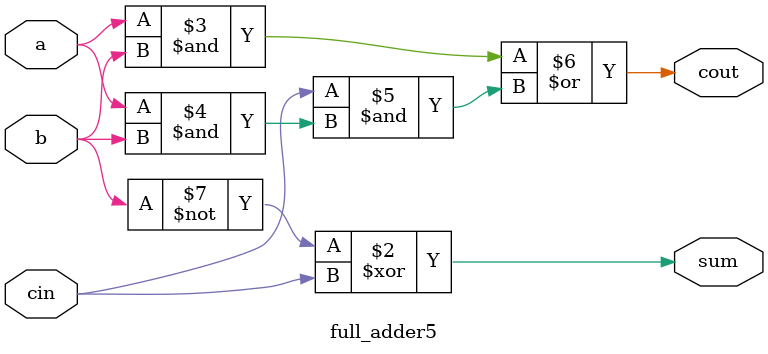
<source format=v>
module full_adder5(a,b,cin,sum,cout);
input a,b,cin;
output sum,cout;
assign sum = 1'b1^b^cin;
assign cout = a&b|cin&(a&b); 
// initial begin
//     $display("The incorrect adder with xor0 having in1/1");
// end   
endmodule
</source>
